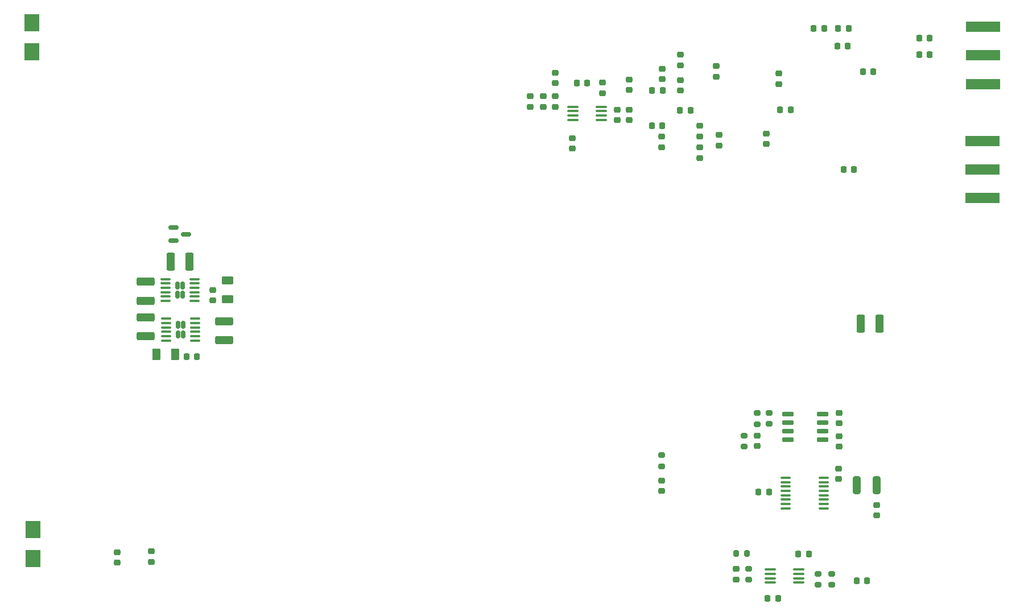
<source format=gbr>
G04 #@! TF.GenerationSoftware,KiCad,Pcbnew,(6.0.7)*
G04 #@! TF.CreationDate,2023-06-16T12:44:40+02:00*
G04 #@! TF.ProjectId,phase-frequency_detector,70686173-652d-4667-9265-7175656e6379,1.4.1*
G04 #@! TF.SameCoordinates,Original*
G04 #@! TF.FileFunction,Paste,Top*
G04 #@! TF.FilePolarity,Positive*
%FSLAX46Y46*%
G04 Gerber Fmt 4.6, Leading zero omitted, Abs format (unit mm)*
G04 Created by KiCad (PCBNEW (6.0.7)) date 2023-06-16 12:44:40*
%MOMM*%
%LPD*%
G01*
G04 APERTURE LIST*
G04 Aperture macros list*
%AMRoundRect*
0 Rectangle with rounded corners*
0 $1 Rounding radius*
0 $2 $3 $4 $5 $6 $7 $8 $9 X,Y pos of 4 corners*
0 Add a 4 corners polygon primitive as box body*
4,1,4,$2,$3,$4,$5,$6,$7,$8,$9,$2,$3,0*
0 Add four circle primitives for the rounded corners*
1,1,$1+$1,$2,$3*
1,1,$1+$1,$4,$5*
1,1,$1+$1,$6,$7*
1,1,$1+$1,$8,$9*
0 Add four rect primitives between the rounded corners*
20,1,$1+$1,$2,$3,$4,$5,0*
20,1,$1+$1,$4,$5,$6,$7,0*
20,1,$1+$1,$6,$7,$8,$9,0*
20,1,$1+$1,$8,$9,$2,$3,0*%
G04 Aperture macros list end*
%ADD10RoundRect,0.225000X-0.225000X-0.250000X0.225000X-0.250000X0.225000X0.250000X-0.225000X0.250000X0*%
%ADD11RoundRect,0.250000X-1.075000X0.375000X-1.075000X-0.375000X1.075000X-0.375000X1.075000X0.375000X0*%
%ADD12RoundRect,0.250000X1.075000X-0.375000X1.075000X0.375000X-1.075000X0.375000X-1.075000X-0.375000X0*%
%ADD13RoundRect,0.218750X-0.218750X-0.256250X0.218750X-0.256250X0.218750X0.256250X-0.218750X0.256250X0*%
%ADD14RoundRect,0.218750X0.256250X-0.218750X0.256250X0.218750X-0.256250X0.218750X-0.256250X-0.218750X0*%
%ADD15RoundRect,0.250000X0.625000X-0.375000X0.625000X0.375000X-0.625000X0.375000X-0.625000X-0.375000X0*%
%ADD16RoundRect,0.250000X0.375000X0.625000X-0.375000X0.625000X-0.375000X-0.625000X0.375000X-0.625000X0*%
%ADD17RoundRect,0.218750X-0.256250X0.218750X-0.256250X-0.218750X0.256250X-0.218750X0.256250X0.218750X0*%
%ADD18RoundRect,0.250000X0.375000X1.075000X-0.375000X1.075000X-0.375000X-1.075000X0.375000X-1.075000X0*%
%ADD19RoundRect,0.218750X0.218750X0.256250X-0.218750X0.256250X-0.218750X-0.256250X0.218750X-0.256250X0*%
%ADD20RoundRect,0.167500X-0.167500X-0.407500X0.167500X-0.407500X0.167500X0.407500X-0.167500X0.407500X0*%
%ADD21RoundRect,0.100000X-0.625000X-0.100000X0.625000X-0.100000X0.625000X0.100000X-0.625000X0.100000X0*%
%ADD22RoundRect,0.100000X-0.712500X-0.100000X0.712500X-0.100000X0.712500X0.100000X-0.712500X0.100000X0*%
%ADD23RoundRect,0.100000X0.712500X0.100000X-0.712500X0.100000X-0.712500X-0.100000X0.712500X-0.100000X0*%
%ADD24RoundRect,0.225000X0.225000X0.250000X-0.225000X0.250000X-0.225000X-0.250000X0.225000X-0.250000X0*%
%ADD25RoundRect,0.225000X-0.250000X0.225000X-0.250000X-0.225000X0.250000X-0.225000X0.250000X0.225000X0*%
%ADD26RoundRect,0.225000X0.250000X-0.225000X0.250000X0.225000X-0.250000X0.225000X-0.250000X-0.225000X0*%
%ADD27R,2.300000X2.500000*%
%ADD28RoundRect,0.200000X-0.275000X0.200000X-0.275000X-0.200000X0.275000X-0.200000X0.275000X0.200000X0*%
%ADD29RoundRect,0.200000X0.275000X-0.200000X0.275000X0.200000X-0.275000X0.200000X-0.275000X-0.200000X0*%
%ADD30RoundRect,0.200000X0.200000X0.275000X-0.200000X0.275000X-0.200000X-0.275000X0.200000X-0.275000X0*%
%ADD31RoundRect,0.250000X-0.312500X-1.075000X0.312500X-1.075000X0.312500X1.075000X-0.312500X1.075000X0*%
%ADD32RoundRect,0.100000X-0.637500X-0.100000X0.637500X-0.100000X0.637500X0.100000X-0.637500X0.100000X0*%
%ADD33RoundRect,0.150000X-0.725000X-0.150000X0.725000X-0.150000X0.725000X0.150000X-0.725000X0.150000X0*%
%ADD34R,5.080000X1.500000*%
%ADD35RoundRect,0.150000X-0.587500X-0.150000X0.587500X-0.150000X0.587500X0.150000X-0.587500X0.150000X0*%
G04 APERTURE END LIST*
D10*
X204825000Y-63600000D03*
X206375000Y-63600000D03*
D11*
X101900000Y-98700000D03*
X101900000Y-101500000D03*
D12*
X101900000Y-106800000D03*
X101900000Y-104000000D03*
D13*
X196312500Y-73100000D03*
X197887500Y-73100000D03*
D14*
X196100000Y-69287500D03*
X196100000Y-67712500D03*
D15*
X114100000Y-101300000D03*
X114100000Y-98500000D03*
D16*
X106300000Y-109500000D03*
X103500000Y-109500000D03*
D17*
X194300000Y-76612500D03*
X194300000Y-78187500D03*
D14*
X181500000Y-66487500D03*
X181500000Y-64912500D03*
D18*
X108400000Y-95700000D03*
X105600000Y-95700000D03*
D14*
X178700000Y-78637500D03*
X178700000Y-77062500D03*
X178750000Y-68537500D03*
X178750000Y-66962500D03*
X162850000Y-69137500D03*
X162850000Y-67562500D03*
D17*
X161100000Y-71062500D03*
X161100000Y-72637500D03*
X165400000Y-77312500D03*
X165400000Y-78887500D03*
D14*
X169850000Y-70637500D03*
X169850000Y-69062500D03*
D17*
X184350000Y-78712500D03*
X184350000Y-80287500D03*
X173850000Y-73062500D03*
X173850000Y-74637500D03*
D13*
X199047000Y-139192000D03*
X200622000Y-139192000D03*
X194462300Y-145783300D03*
X196037300Y-145783300D03*
D14*
X189738000Y-142986400D03*
X189738000Y-141411400D03*
X111900000Y-101487500D03*
X111900000Y-99912500D03*
D13*
X107962500Y-109800000D03*
X109537500Y-109800000D03*
D17*
X186850000Y-66562500D03*
X186850000Y-68137500D03*
D14*
X184350000Y-77037500D03*
X184350000Y-75462500D03*
D17*
X181500000Y-68662500D03*
X181500000Y-70237500D03*
D14*
X187200000Y-78387500D03*
X187200000Y-76812500D03*
D13*
X181412500Y-73150000D03*
X182987500Y-73150000D03*
X177212500Y-75500000D03*
X178787500Y-75500000D03*
X177262500Y-70200000D03*
X178837500Y-70200000D03*
D14*
X173850000Y-70137500D03*
X173850000Y-68562500D03*
D17*
X172100000Y-73062500D03*
X172100000Y-74637500D03*
D13*
X166062500Y-69100000D03*
X167637500Y-69100000D03*
D17*
X162850000Y-71062500D03*
X162850000Y-72637500D03*
D14*
X159100000Y-72637500D03*
X159100000Y-71062500D03*
D18*
X211100000Y-104900000D03*
X208300000Y-104900000D03*
D13*
X207708750Y-143200000D03*
X209283750Y-143200000D03*
D19*
X202887500Y-61000000D03*
X201312500Y-61000000D03*
D20*
X107415000Y-100635000D03*
X106595000Y-100635000D03*
X106595000Y-99215000D03*
X107415000Y-99215000D03*
D21*
X104855000Y-98300000D03*
X104855000Y-98950000D03*
X104855000Y-99600000D03*
X104855000Y-100250000D03*
X104855000Y-100900000D03*
X104855000Y-101550000D03*
X109155000Y-101550000D03*
X109155000Y-100900000D03*
X109155000Y-100250000D03*
X109155000Y-99600000D03*
X109155000Y-98950000D03*
X109155000Y-98300000D03*
D20*
X107505000Y-105115000D03*
X106685000Y-105115000D03*
X107505000Y-106535000D03*
X106685000Y-106535000D03*
D21*
X104945000Y-104200000D03*
X104945000Y-104850000D03*
X104945000Y-105500000D03*
X104945000Y-106150000D03*
X104945000Y-106800000D03*
X104945000Y-107450000D03*
X109245000Y-107450000D03*
X109245000Y-106800000D03*
X109245000Y-106150000D03*
X109245000Y-105500000D03*
X109245000Y-104850000D03*
X109245000Y-104200000D03*
D10*
X205775000Y-82000000D03*
X207325000Y-82000000D03*
D11*
X113600000Y-104600000D03*
X113600000Y-107400000D03*
D22*
X165487500Y-72625000D03*
X165487500Y-73275000D03*
X165487500Y-73925000D03*
X165487500Y-74575000D03*
X169712500Y-74575000D03*
X169712500Y-73925000D03*
X169712500Y-73275000D03*
X169712500Y-72625000D03*
D23*
X199050500Y-143473900D03*
X199050500Y-142823900D03*
X199050500Y-142173900D03*
X199050500Y-141523900D03*
X194825500Y-141523900D03*
X194825500Y-142173900D03*
X194825500Y-142823900D03*
X194825500Y-143473900D03*
D24*
X218575000Y-62400000D03*
X217025000Y-62400000D03*
D10*
X217025000Y-64900000D03*
X218575000Y-64900000D03*
X204950000Y-61000000D03*
X206500000Y-61000000D03*
D24*
X210175000Y-67400000D03*
X208625000Y-67400000D03*
D25*
X102700000Y-138825000D03*
X102700000Y-140375000D03*
X97700000Y-138925000D03*
X97700000Y-140475000D03*
D26*
X205054200Y-128029000D03*
X205054200Y-126479000D03*
D24*
X194665900Y-130009900D03*
X193115900Y-130009900D03*
D25*
X192887600Y-121602200D03*
X192887600Y-123152200D03*
X205105000Y-121678400D03*
X205105000Y-123228400D03*
D26*
X205079600Y-119748600D03*
X205079600Y-118198600D03*
D25*
X210705700Y-131914600D03*
X210705700Y-133464600D03*
D27*
X85100000Y-139850000D03*
X85100000Y-135550000D03*
X85000000Y-64450000D03*
X85000000Y-60150000D03*
D28*
X204038000Y-142175000D03*
X204038000Y-143825000D03*
D29*
X201938000Y-143825000D03*
X201938000Y-142175000D03*
D30*
X191413900Y-139153900D03*
X189763900Y-139153900D03*
D28*
X178701700Y-124511300D03*
X178701700Y-126161300D03*
X191638000Y-141373900D03*
X191638000Y-143023900D03*
D29*
X190995300Y-123214900D03*
X190995300Y-121564900D03*
X192874900Y-119874800D03*
X192874900Y-118224800D03*
X194716400Y-119862100D03*
X194716400Y-118212100D03*
D31*
X207744600Y-129006600D03*
X210669600Y-129006600D03*
D32*
X197124400Y-127874600D03*
X197124400Y-128524600D03*
X197124400Y-129174600D03*
X197124400Y-129824600D03*
X197124400Y-130474600D03*
X197124400Y-131124600D03*
X197124400Y-131774600D03*
X197124400Y-132424600D03*
X202849400Y-132424600D03*
X202849400Y-131774600D03*
X202849400Y-131124600D03*
X202849400Y-130474600D03*
X202849400Y-129824600D03*
X202849400Y-129174600D03*
X202849400Y-128524600D03*
X202849400Y-127874600D03*
D33*
X197475400Y-118376700D03*
X197475400Y-119646700D03*
X197475400Y-120916700D03*
X197475400Y-122186700D03*
X202625400Y-122186700D03*
X202625400Y-120916700D03*
X202625400Y-119646700D03*
X202625400Y-118376700D03*
D34*
X226437500Y-82000000D03*
X226437500Y-77750000D03*
X226437500Y-86250000D03*
X226500000Y-65000000D03*
X226500000Y-69250000D03*
X226500000Y-60750000D03*
D25*
X178676300Y-128282400D03*
X178676300Y-129832400D03*
D35*
X106062500Y-90650000D03*
X106062500Y-92550000D03*
X107937500Y-91600000D03*
M02*

</source>
